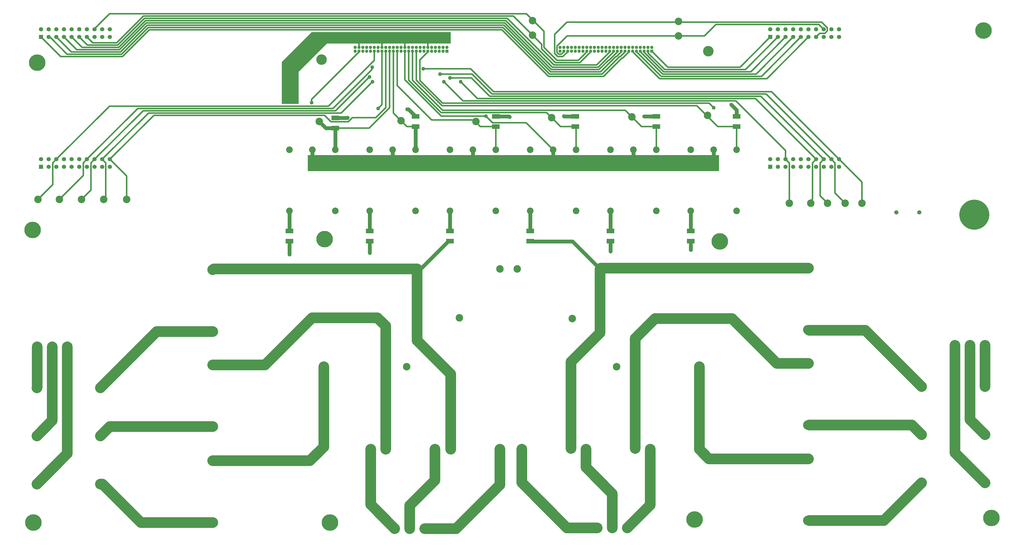
<source format=gtl>
G04*
G04 #@! TF.GenerationSoftware,Altium Limited,Altium Designer,22.11.1 (43)*
G04*
G04 Layer_Physical_Order=1*
G04 Layer_Color=255*
%FSLAX44Y44*%
%MOMM*%
G71*
G04*
G04 #@! TF.SameCoordinates,5926677A-74AB-409A-8ECC-7C9113B37032*
G04*
G04*
G04 #@! TF.FilePolarity,Positive*
G04*
G01*
G75*
%ADD15R,2.5000X1.5000*%
%ADD30C,0.5080*%
%ADD31C,3.5560*%
%ADD32C,1.2700*%
%ADD33C,3.0000*%
%ADD34O,3.6000X3.2000*%
%ADD35R,1.4000X1.4000*%
%ADD36C,1.4000*%
%ADD37C,2.2000*%
%ADD38C,3.5000*%
%ADD39C,2.5000*%
%ADD40C,5.5000*%
%ADD41C,10.0000*%
%ADD42R,2.5000X2.5000*%
%ADD43R,1.0900X1.0900*%
%ADD44C,1.0900*%
%ADD45C,1.2700*%
G36*
X1684020Y3337560D02*
X1272540D01*
X1178560Y3243580D01*
X1178560Y3136900D01*
X1122680Y3136900D01*
Y3276600D01*
X1221740Y3375660D01*
X1684020D01*
Y3337560D01*
D02*
G37*
G36*
X2575560Y2913380D02*
X1209040D01*
Y2966720D01*
X2575560D01*
Y2913380D01*
D02*
G37*
D15*
X2098040Y3095480D02*
D03*
Y3061480D02*
D03*
X2367280Y3095480D02*
D03*
Y3061480D02*
D03*
X2633980Y3095480D02*
D03*
Y3061480D02*
D03*
X1948180Y2714480D02*
D03*
Y2680480D02*
D03*
X2214880Y2714480D02*
D03*
Y2680480D02*
D03*
X2481580Y2714480D02*
D03*
Y2680480D02*
D03*
X1300480Y3090400D02*
D03*
Y3056400D02*
D03*
X1567180Y3095480D02*
D03*
Y3061480D02*
D03*
X1833880Y3095480D02*
D03*
Y3061480D02*
D03*
X1148080Y2714480D02*
D03*
Y2680480D02*
D03*
X1414780Y2714480D02*
D03*
Y2680480D02*
D03*
X1681480Y2714480D02*
D03*
Y2680480D02*
D03*
D30*
X2541973Y3090613D02*
X2571106Y3061480D01*
X2534353Y3098233D02*
X2541973Y3090613D01*
X2571106Y3061480D02*
X2633980D01*
X2069832Y3408680D02*
X2916494D01*
X2935620Y3379546D02*
Y3389554D01*
X2927304Y3371230D02*
X2935620Y3379546D01*
X2910220Y3371230D02*
X2927304D01*
X2916494Y3408680D02*
X2935620Y3389554D01*
X2898140Y3359150D02*
X2910220Y3371230D01*
X361300Y2940670D02*
X373380Y2952750D01*
X361300Y2868280D02*
Y2940670D01*
X312420Y2819400D02*
X361300Y2868280D01*
X462900Y2940670D02*
X474980Y2952750D01*
X462900Y2898760D02*
Y2940670D01*
X383540Y2819400D02*
X462900Y2898760D01*
X488300Y2940670D02*
X500380Y2952750D01*
X488300Y2850500D02*
Y2940670D01*
X457200Y2819400D02*
X488300Y2850500D01*
X525780Y2952750D02*
X537860Y2940670D01*
Y2830437D02*
Y2940670D01*
X530860Y2823437D02*
X537860Y2830437D01*
X2911460Y2940670D02*
X2923540Y2952750D01*
X2911460Y2831480D02*
Y2940670D01*
Y2831480D02*
X2936240Y2806700D01*
X2961020Y2840340D02*
Y2940670D01*
X2948940Y2952750D02*
X2961020Y2940670D01*
X2886060D02*
X2898140Y2952750D01*
X2884171Y2818987D02*
X2886060Y2820876D01*
Y2940670D01*
X2884171Y2810511D02*
Y2818987D01*
X2880360Y2806700D02*
X2884171Y2810511D01*
X440690Y3317240D02*
X583509D01*
X398780Y3359150D02*
X440690Y3317240D01*
X347980Y3359150D02*
X350313D01*
X353559Y3355903D02*
X355037D01*
X408940Y3302000D02*
X589822D01*
X350313Y3359150D02*
X353559Y3355903D01*
X355037D02*
X408940Y3302000D01*
X1656980Y3115680D02*
X2264040D01*
X2318240Y3061480D02*
X2367280D01*
X2264040Y3115680D02*
X2318240Y3061480D01*
X1782300D02*
X1833880D01*
X1766570Y3077210D02*
X1782300Y3061480D01*
X1620520Y3083560D02*
X1758723D01*
X1765073Y3077210D02*
X1766570D01*
X1758723Y3083560D02*
X1765073Y3077210D01*
X1292860Y3121660D02*
X1421412Y3250212D01*
X1301405Y3114040D02*
X1413972Y3226608D01*
X661670Y3114040D02*
X1301405D01*
X1277620Y3129280D02*
X1430020Y3281680D01*
X679450Y3106420D02*
X1319530D01*
X549910Y3129280D02*
X1277620D01*
X643890Y3121660D02*
X1292860D01*
X1319530Y3106420D02*
X1423670Y3210560D01*
X697230Y3098800D02*
X1264896D01*
X500380Y2952750D02*
X661670Y3114040D01*
X525780Y2952750D02*
X679450Y3106420D01*
X551180Y2952750D02*
X697230Y3098800D01*
X474980Y2952750D02*
X643890Y3121660D01*
X1264896Y3098800D02*
X1285876Y3077820D01*
X1518920Y3081020D02*
X1538460Y3061480D01*
X1567180D01*
X1493520Y3106420D02*
X1518920Y3081020D01*
X1506220Y3197860D02*
X1620520Y3083560D01*
X1651900Y3108060D02*
X2002420D01*
X2049000Y3061480D01*
X2098040D01*
X2501900Y3130686D02*
X2534353Y3098233D01*
X2542540Y3139440D02*
X2557780Y3124200D01*
X1656696Y3139440D02*
X2542540D01*
X1800860Y3096260D02*
X1823060Y3074060D01*
X1652924Y3096260D02*
X1800860D01*
X1934820Y3074060D02*
X2024380Y2984500D01*
X1823060Y3074060D02*
X1934820D01*
X1531620Y3217564D02*
X1652924Y3096260D01*
X1506220Y3197860D02*
Y3312160D01*
X1557020Y3215640D02*
Y3312160D01*
Y3215640D02*
X1656980Y3115680D01*
X1531620Y3217564D02*
Y3312160D01*
X1544320Y3215640D02*
X1651900Y3108060D01*
X1544320Y3215640D02*
Y3312160D01*
X1581150Y3214986D02*
Y3283298D01*
Y3214986D02*
X1656696Y3139440D01*
X1569720Y3215640D02*
X1654674Y3130686D01*
X2501900D01*
X1569720Y3215640D02*
Y3312160D01*
X1357285Y3091180D02*
X1435100D01*
X1285876Y3077820D02*
X1343924D01*
X1357285Y3091180D01*
X1435100D02*
X1468120Y3124200D01*
X2509520Y3362960D02*
X2527300D01*
X2070448D02*
X2509520D01*
X2527300D02*
X2565400Y3401060D01*
X1935480Y3436620D02*
X1955800Y3416300D01*
X550202Y3436620D02*
X1935480D01*
X1955800Y3413760D02*
Y3416300D01*
Y3413760D02*
X1958340D01*
X1993900Y3324860D02*
Y3378200D01*
X1958340Y3413760D02*
X1993900Y3378200D01*
X2036710Y3329221D02*
X2070448Y3362960D01*
X1993900Y3324860D02*
X2037080Y3281680D01*
X1986280Y3319780D02*
X2032000Y3274060D01*
X1986280Y3319780D02*
Y3335020D01*
X1955800Y3365500D02*
X1986280Y3335020D01*
X2037080Y3281680D02*
X2107852D01*
X2032000Y3274060D02*
X2112932D01*
X2036710Y3307798D02*
Y3329221D01*
X2042878Y3301630D02*
X2051602D01*
X2029090Y3304642D02*
X2039722Y3294010D01*
X2036710Y3307798D02*
X2042878Y3301630D01*
X1892300Y3429000D02*
X1955800Y3365500D01*
X1871980Y3421380D02*
X2026920Y3266440D01*
X666096Y3421380D02*
X1871980D01*
X2211226Y3311046D02*
X2212340Y3312160D01*
X2026920Y3266440D02*
X2168811D01*
X2211226Y3308855D01*
Y3311046D01*
X2029090Y3367938D02*
X2069832Y3408680D01*
X2565400Y3401060D02*
X2907030D01*
X2923540Y3384550D01*
X2898140Y3359150D02*
X2900473D01*
X1863669Y3406140D02*
X2018609Y3251200D01*
X2177048D02*
X2207702Y3281854D01*
X2187208Y3235960D02*
X2245628Y3294380D01*
X2182128Y3243580D02*
X2232928Y3294380D01*
X2192288Y3228340D02*
X2253248Y3289300D01*
X2015453Y3243580D02*
X2182128D01*
X1854200Y3383280D02*
X2009140Y3228340D01*
X2173892Y3258820D02*
X2222870Y3307798D01*
X2018609Y3251200D02*
X2177048D01*
X2009140Y3228340D02*
X2192288D01*
X2112932Y3274060D02*
X2146670Y3307798D01*
X1857356Y3390900D02*
X2012296Y3235960D01*
X2021840Y3258820D02*
X2173892D01*
X1860513Y3398520D02*
X2015453Y3243580D01*
X2107852Y3281680D02*
X2133970Y3307798D01*
X1866900Y3413760D02*
X2021840Y3258820D01*
X2012296Y3235960D02*
X2187208D01*
X2039722Y3294010D02*
X2056682D01*
X2051602Y3301630D02*
X2057770Y3307798D01*
X2056682Y3294010D02*
X2070470Y3307798D01*
X662940Y3429000D02*
X1892300D01*
X2029090Y3304642D02*
Y3367938D01*
X675565Y3398520D02*
X1860513D01*
X678721Y3390900D02*
X1857356D01*
X669253Y3413760D02*
X1866900D01*
X681878Y3383280D02*
X1854200D01*
X672409Y3406140D02*
X1863669D01*
X2057770Y3307798D02*
Y3308415D01*
X2059940Y3310585D01*
X551180Y2952750D02*
X607060Y2896870D01*
Y2819400D02*
Y2896870D01*
X530860Y2819400D02*
Y2823437D01*
X2974340Y2952750D02*
X3050540Y2876550D01*
Y2806700D02*
Y2876550D01*
X2961020Y2840340D02*
X2994660Y2806700D01*
X2809240D02*
Y2940050D01*
X2796540Y2952750D02*
X2809240Y2940050D01*
X2749550Y3177540D02*
X2974340Y2952750D01*
X1826260Y3177540D02*
X2749550D01*
X2731770Y3169920D02*
X2948940Y2952750D01*
X1821180Y3169920D02*
X2731770D01*
X1813560Y3162300D02*
X2713990D01*
X2923540Y2952750D01*
X1772920Y3154680D02*
X2696210D01*
X2898140Y2952750D01*
X1442720Y3121660D02*
X1455420Y3134360D01*
Y3312160D01*
X1661160Y3210560D02*
X1724660Y3147060D01*
X2631440D01*
X1221740Y3140710D02*
Y3152140D01*
X1377050Y3308415D02*
X1379220Y3310585D01*
X1221740Y3152140D02*
X1377050Y3307450D01*
X1379220Y3310585D02*
Y3312160D01*
X1377050Y3307450D02*
Y3308415D01*
X373380Y2952750D02*
X549910Y3129280D01*
X1421412Y3250212D02*
Y3256907D01*
X1422862Y3258358D01*
X1300480Y3056400D02*
X1413020D01*
X1480820Y3124200D02*
Y3312160D01*
X1413020Y3056400D02*
X1480820Y3124200D01*
X1468120D02*
Y3312160D01*
X1581150Y3283298D02*
X1605650Y3307798D01*
Y3312160D01*
X1607820D01*
X1750060Y3253740D02*
X1826260Y3177540D01*
X1717040Y3210560D02*
X1772920Y3154680D01*
X1755140Y3235960D02*
X1821180Y3169920D01*
X1752600Y3223260D02*
X1813560Y3162300D01*
X1681480Y3223260D02*
X1752600D01*
X1648460Y3235960D02*
X1755140D01*
X1592580Y3253740D02*
X1750060D01*
X2631440Y3147060D02*
X2796540Y2981960D01*
X1493520Y3106420D02*
Y3312160D01*
X1430020Y3281680D02*
Y3312160D01*
X2340454Y3305662D02*
X2394916Y3251200D01*
X2377788Y3220720D02*
X2734310D01*
X2327754Y3307586D02*
X2391759Y3243580D01*
X2734310Y3220720D02*
X2872740Y3359150D01*
X2387948Y3235960D02*
X2698750D01*
X2391759Y3243580D02*
X2680970D01*
X2382868Y3228340D02*
X2716530D01*
X2316110Y3307798D02*
X2387948Y3235960D01*
X2405380Y3258820D02*
X2645410D01*
X2698750Y3235960D02*
X2821940Y3359150D01*
X2680970Y3243580D02*
X2796540Y3359150D01*
X2645410Y3258820D02*
X2745740Y3359150D01*
X2290710Y3307798D02*
X2377788Y3220720D01*
X2303410Y3307798D02*
X2382868Y3228340D01*
X2394916Y3251200D02*
X2663190D01*
X2716530Y3228340D02*
X2847340Y3359150D01*
X2352040Y3312160D02*
X2405380Y3258820D01*
X2663190Y3251200D02*
X2771140Y3359150D01*
X1607820Y3324860D02*
Y3347720D01*
X1531620Y3324860D02*
Y3350260D01*
X1455420Y3324860D02*
Y3347720D01*
X1379220Y3324860D02*
Y3355340D01*
X2236626Y3308855D02*
Y3311046D01*
X2237740Y3312160D01*
X2234852Y3294380D02*
X2248270Y3307798D01*
X2209626Y3281854D02*
X2236626Y3308855D01*
X2232928Y3294380D02*
X2234852D01*
X2207702Y3281854D02*
X2209626D01*
X2133970Y3307798D02*
Y3308415D01*
X494030Y3340100D02*
X574040D01*
X449580Y3359150D02*
X476250Y3332480D01*
X574040Y3340100D02*
X662940Y3429000D01*
X424180Y3359150D02*
X458470Y3324860D01*
X474980Y3359150D02*
X494030Y3340100D01*
X577196Y3332480D02*
X666096Y3421380D01*
X476250Y3332480D02*
X577196D01*
X580353Y3324860D02*
X669253Y3413760D01*
X589822Y3302000D02*
X678721Y3390900D01*
X387350Y3294380D02*
X592978D01*
X422910Y3309620D02*
X586665D01*
X675565Y3398520D01*
X592978Y3294380D02*
X681878Y3383280D01*
X458470Y3324860D02*
X580353D01*
X322580Y3359150D02*
X387350Y3294380D01*
X583509Y3317240D02*
X672409Y3406140D01*
X373380Y3359150D02*
X422910Y3309620D01*
X500380Y3386798D02*
X550202Y3436620D01*
X2253248Y3289300D02*
X2255172D01*
X2273670Y3307798D01*
X2245628Y3294380D02*
X2247552D01*
X2260970Y3307798D01*
X2146670Y3307798D02*
Y3308415D01*
X2148840Y3310585D01*
Y3312160D01*
X500380Y3384550D02*
Y3386798D01*
X2133970Y3308415D02*
X2136140Y3310585D01*
Y3312160D01*
X2070470Y3307798D02*
Y3308415D01*
X2072640Y3310585D01*
Y3312160D01*
X2059940Y3310585D02*
Y3312160D01*
X2222870Y3308415D02*
X2225040Y3310585D01*
X2222870Y3307798D02*
Y3308415D01*
X2225040Y3310585D02*
Y3312160D01*
X2248270Y3307798D02*
Y3308415D01*
X2250440Y3310585D02*
Y3312160D01*
X2248270Y3308415D02*
X2250440Y3310585D01*
X2260970Y3308415D02*
X2263140Y3310585D01*
X2260970Y3307798D02*
Y3308415D01*
X2263140Y3310585D02*
Y3312160D01*
X2273670Y3308415D02*
X2275840Y3310585D01*
X2273670Y3307798D02*
Y3308415D01*
X2275840Y3310585D02*
Y3312160D01*
X2288540Y3310585D02*
X2290710Y3308415D01*
X2288540Y3310585D02*
Y3312160D01*
X2290710Y3307798D02*
Y3308415D01*
X2301240Y3310585D02*
X2303410Y3308415D01*
Y3307798D02*
Y3308415D01*
X2301240Y3310585D02*
Y3312160D01*
X2313940Y3310585D02*
X2316110Y3308415D01*
X2313940Y3310585D02*
Y3312160D01*
X2316110Y3307798D02*
Y3308415D01*
X2327754Y3307586D02*
Y3311046D01*
X2326640Y3312160D02*
X2327754Y3311046D01*
X2339340Y3312160D02*
X2340454Y3311046D01*
Y3305662D02*
Y3311046D01*
X2796540Y2952750D02*
Y2981960D01*
X2633980Y2984500D02*
Y3061480D01*
X2367280Y2984500D02*
Y3061480D01*
X2100580Y2984500D02*
Y3058940D01*
X1833880Y2984500D02*
Y3061480D01*
D31*
X3123100Y1751700D02*
X3248480Y1877080D01*
X3216360Y2069200D02*
X3248480Y2037080D01*
X3061400Y2384160D02*
X3248480Y2197080D01*
X2875280Y2069200D02*
X3216360D01*
X3359480Y1977080D02*
X3459480Y1877080D01*
X3409480Y2087080D02*
X3459480Y2037080D01*
Y2197080D02*
Y2334260D01*
X519790Y2193114D02*
X706870Y2380194D01*
X892990D01*
X519790Y2033114D02*
X551010Y2064334D01*
X526790Y1873114D02*
X654710Y1745194D01*
X519790Y1873114D02*
X526790D01*
X308790D02*
X409880Y1974204D01*
Y2329180D01*
X359880Y2084204D02*
Y2329180D01*
X308790Y2033114D02*
X359880Y2084204D01*
X308790Y2193114D02*
X309880Y2194204D01*
Y2329180D01*
X2346640Y1803080D02*
Y1988820D01*
X2270760Y1727200D02*
X2346640Y1803080D01*
X2220760Y1727200D02*
Y1840700D01*
X2133280Y1928180D02*
X2220760Y1840700D01*
X2070100Y1727200D02*
X2170760D01*
X1919920Y1877380D02*
X2070100Y1727200D01*
X3409480Y2087080D02*
Y2334260D01*
X1467800Y1988820D02*
Y2398080D01*
X1440180Y2425700D02*
X1467800Y2398080D01*
X1223008Y2425700D02*
X1437300D01*
X3359480Y1977080D02*
Y2334260D01*
X2509840Y1988820D02*
Y2263120D01*
X2509860Y2263140D01*
X2509840Y1988820D02*
X2541960Y1956700D01*
X2872740D01*
X2179660Y2375240D02*
Y2588260D01*
X2083120Y2278700D02*
X2179660Y2375240D01*
X2083120Y1991360D02*
Y2278700D01*
X2296480Y1991360D02*
Y2357100D01*
X2362540Y2423160D01*
X2618740D01*
X2767700Y2274200D01*
X2872740D01*
X2179660Y2588260D02*
X2182200Y2590800D01*
X2872740D01*
X1571920Y2350610D02*
Y2588260D01*
X896056D02*
X1571920D01*
X892990Y2585194D02*
X896056Y2588260D01*
X1571920Y2350610D02*
X1683700Y2238830D01*
Y1988820D02*
Y2238830D01*
X1066642Y2269334D02*
X1223008Y2425700D01*
X892990Y2269334D02*
X1066642D01*
X1547660Y1724660D02*
Y1801660D01*
X1631000Y1885000D02*
Y1988820D01*
X1547660Y1801660D02*
X1631000Y1885000D01*
X1701800Y1724660D02*
X1846900Y1869760D01*
Y1988820D01*
X1597660Y1724660D02*
X1701800D01*
X1417640Y1804680D02*
X1497660Y1724660D01*
X1417640Y1804680D02*
Y1988820D01*
X1254440D02*
X1262040Y1996420D01*
Y2263140D01*
X892990Y1950194D02*
X1215814D01*
X1254440Y1988820D01*
X654710Y1745194D02*
X892990D01*
X551010Y2064334D02*
X892990D01*
X2875280Y1751700D02*
X3123100D01*
X2875280Y2384160D02*
X3061400D01*
X2133280Y1928180D02*
Y1988820D01*
X1919920Y1877380D02*
Y1988820D01*
D32*
X2481580Y2651760D02*
Y2680480D01*
X1247140Y3078480D02*
X1269220Y3056400D01*
X1300480D01*
X2616200Y3134360D02*
X2633980Y3116580D01*
Y3095480D02*
Y3116580D01*
X1877840Y3095480D02*
X1879600Y3093720D01*
X1833880Y3095480D02*
X1877840D01*
X2024380Y2948940D02*
Y2984500D01*
X2326484Y3095686D02*
X2326690Y3095480D01*
X2367280D01*
X2059940Y3096260D02*
X2060720Y3095480D01*
X2098040D01*
X1539240Y3119120D02*
X1543540D01*
X1567180Y3095480D01*
Y2984500D02*
Y3061480D01*
X1300480Y2984500D02*
Y3056400D01*
X1340340Y3090400D02*
X1341120Y3091180D01*
X1300480Y3090400D02*
X1340340D01*
X2557780Y2948940D02*
Y2984500D01*
Y2948940D02*
X2560320Y2946400D01*
X2291080Y2936240D02*
Y2984500D01*
Y2936240D02*
X2293620Y2933700D01*
X1757680Y2938780D02*
Y2984500D01*
X1490980Y2943860D02*
Y2984500D01*
Y2943860D02*
X1496060Y2938780D01*
X1224280Y2948940D02*
Y2984500D01*
X1221740Y2946400D02*
X1224280Y2948940D01*
X2214880Y2984500D02*
X2214990Y2984390D01*
X2214880Y2646680D02*
Y2680480D01*
X1948180Y2679700D02*
X2088220D01*
X1414780Y2641600D02*
Y2680480D01*
X1148080Y2636520D02*
Y2680480D01*
X1572743Y2589083D02*
X1585083D01*
X1571920Y2588260D02*
X1572743Y2589083D01*
X1676480Y2680480D02*
X1681480D01*
X1585083Y2589083D02*
X1676480Y2680480D01*
X2481580Y2714480D02*
Y2781300D01*
X2214880Y2714480D02*
Y2781300D01*
X1948180Y2714480D02*
Y2781300D01*
X1681480Y2714480D02*
Y2781300D01*
X1414780Y2714480D02*
Y2781300D01*
X1148080Y2714480D02*
Y2781300D01*
X1680700Y2679700D02*
X1681480Y2680480D01*
X2088220Y2679700D02*
X2179660Y2588260D01*
D33*
X1919920Y1991360D02*
D03*
X2083120D02*
D03*
X2133280D02*
D03*
X2296480D02*
D03*
X2346640D02*
D03*
X2509840D02*
D03*
X1417640Y1988820D02*
D03*
X1254440D02*
D03*
X1631000D02*
D03*
X1467800D02*
D03*
X1846900D02*
D03*
X1683700D02*
D03*
X3248480Y2037080D02*
D03*
X3459480D02*
D03*
X3248480Y2197080D02*
D03*
X3459480D02*
D03*
X3248480Y1877080D02*
D03*
X3459480D02*
D03*
X519790Y2033114D02*
D03*
X308790D02*
D03*
X519790Y1873114D02*
D03*
X308790D02*
D03*
X519790Y2193114D02*
D03*
X308790D02*
D03*
D34*
X2872740Y2385800D02*
D03*
Y2590800D02*
D03*
Y2069200D02*
D03*
Y2274200D02*
D03*
Y1751700D02*
D03*
Y1956700D02*
D03*
X892990Y1745194D02*
D03*
Y1950194D02*
D03*
Y2064334D02*
D03*
Y2269334D02*
D03*
Y2380194D02*
D03*
Y2585194D02*
D03*
D35*
X2745740Y3359150D02*
D03*
Y2927350D02*
D03*
X322580Y3359150D02*
D03*
Y2927350D02*
D03*
D36*
X2745740Y3384550D02*
D03*
X2771140Y3359150D02*
D03*
Y3384550D02*
D03*
X2796540Y3359150D02*
D03*
Y3384550D02*
D03*
X2821940Y3359150D02*
D03*
Y3384550D02*
D03*
X2847340Y3359150D02*
D03*
Y3384550D02*
D03*
X2872740Y3359150D02*
D03*
Y3384550D02*
D03*
X2898140Y3359150D02*
D03*
Y3384550D02*
D03*
X2923540Y3359150D02*
D03*
Y3384550D02*
D03*
X2948940Y3359150D02*
D03*
Y3384550D02*
D03*
X2974340Y3359150D02*
D03*
Y3384550D02*
D03*
X2745740Y2952750D02*
D03*
X2771140Y2927350D02*
D03*
Y2952750D02*
D03*
X2796540Y2927350D02*
D03*
Y2952750D02*
D03*
X2821940Y2927350D02*
D03*
Y2952750D02*
D03*
X2847340Y2927350D02*
D03*
Y2952750D02*
D03*
X2872740Y2927350D02*
D03*
Y2952750D02*
D03*
X2898140Y2927350D02*
D03*
Y2952750D02*
D03*
X2923540Y2927350D02*
D03*
Y2952750D02*
D03*
X2948940Y2927350D02*
D03*
Y2952750D02*
D03*
X2974340Y2927350D02*
D03*
Y2952750D02*
D03*
X322580Y3384550D02*
D03*
X347980Y3359150D02*
D03*
Y3384550D02*
D03*
X373380Y3359150D02*
D03*
Y3384550D02*
D03*
X398780Y3359150D02*
D03*
Y3384550D02*
D03*
X424180Y3359150D02*
D03*
Y3384550D02*
D03*
X449580Y3359150D02*
D03*
Y3384550D02*
D03*
X474980Y3359150D02*
D03*
Y3384550D02*
D03*
X500380Y3359150D02*
D03*
Y3384550D02*
D03*
X525780Y3359150D02*
D03*
Y3384550D02*
D03*
X551180Y3359150D02*
D03*
Y3384550D02*
D03*
X322580Y2952750D02*
D03*
X347980Y2927350D02*
D03*
Y2952750D02*
D03*
X373380Y2927350D02*
D03*
Y2952750D02*
D03*
X398780Y2927350D02*
D03*
Y2952750D02*
D03*
X424180Y2927350D02*
D03*
Y2952750D02*
D03*
X449580Y2927350D02*
D03*
Y2952750D02*
D03*
X474980Y2927350D02*
D03*
Y2952750D02*
D03*
X500380Y2927350D02*
D03*
Y2952750D02*
D03*
X525780Y2927350D02*
D03*
Y2952750D02*
D03*
X551180Y2927350D02*
D03*
Y2952750D02*
D03*
X3164840Y2776220D02*
D03*
X3241040D02*
D03*
D37*
X1948180Y2781300D02*
D03*
Y2984500D02*
D03*
X2024380D02*
D03*
X2100580D02*
D03*
Y2781300D02*
D03*
X2214880D02*
D03*
Y2984500D02*
D03*
X2291080D02*
D03*
X2367280D02*
D03*
Y2781300D02*
D03*
X2481580D02*
D03*
Y2984500D02*
D03*
X2557780D02*
D03*
X2633980D02*
D03*
Y2781300D02*
D03*
X1148080D02*
D03*
Y2984500D02*
D03*
X1224280D02*
D03*
X1300480D02*
D03*
Y2781300D02*
D03*
X1414780D02*
D03*
Y2984500D02*
D03*
X1490980D02*
D03*
X1567180D02*
D03*
Y2781300D02*
D03*
X1681480D02*
D03*
Y2984500D02*
D03*
X1757680D02*
D03*
X1833880D02*
D03*
Y2781300D02*
D03*
D38*
X1254760Y3284220D02*
D03*
X2540000Y3312160D02*
D03*
D39*
X2440940Y3362960D02*
D03*
Y3411220D02*
D03*
X1955800Y3413760D02*
D03*
Y3365500D02*
D03*
X530860Y2819400D02*
D03*
X457200D02*
D03*
X383540D02*
D03*
X312420D02*
D03*
X607060D02*
D03*
X1247140Y3078480D02*
D03*
X1518920Y3081020D02*
D03*
X1767840Y3078480D02*
D03*
X2019300Y3091180D02*
D03*
X2286000Y3093720D02*
D03*
X2537460Y3098800D02*
D03*
X3050540Y2806700D02*
D03*
X2809240D02*
D03*
X2994660D02*
D03*
X2936240D02*
D03*
X2880360D02*
D03*
X3359480Y2334260D02*
D03*
X3409480D02*
D03*
X2270760Y1727200D02*
D03*
X2220760D02*
D03*
X309880Y2329180D02*
D03*
X359880D02*
D03*
X1597660Y1724660D02*
D03*
X1547660D02*
D03*
X1262040Y2263140D02*
D03*
X1537040D02*
D03*
X1437300Y2425700D02*
D03*
X1712300D02*
D03*
X1571920Y2588260D02*
D03*
X1846920D02*
D03*
X2179660D02*
D03*
X1904660D02*
D03*
X2362540Y2423160D02*
D03*
X2087540D02*
D03*
X2509860Y2263140D02*
D03*
X2234860D02*
D03*
D40*
X2494280Y1755140D02*
D03*
X294640Y2717800D02*
D03*
X2578100Y2679700D02*
D03*
X1264920Y2687320D02*
D03*
X309880Y3274060D02*
D03*
X3454400Y3380740D02*
D03*
X3480505Y1760156D02*
D03*
X297180Y1744980D02*
D03*
X1282700D02*
D03*
D41*
X3423920Y2768600D02*
D03*
D42*
X3459480Y2334260D02*
D03*
X2170760Y1727200D02*
D03*
X409880Y2329180D02*
D03*
X1497660Y1724660D02*
D03*
D43*
X2352040Y3312160D02*
D03*
X1671320D02*
D03*
D44*
X2352040Y3324860D02*
D03*
X2339340Y3312160D02*
D03*
Y3324860D02*
D03*
X2326640Y3312160D02*
D03*
Y3324860D02*
D03*
X2313940Y3312160D02*
D03*
Y3324860D02*
D03*
X2301240Y3312160D02*
D03*
Y3324860D02*
D03*
X2288540Y3312160D02*
D03*
Y3324860D02*
D03*
X2275840Y3312160D02*
D03*
Y3324860D02*
D03*
X2263140Y3312160D02*
D03*
Y3324860D02*
D03*
X2250440Y3312160D02*
D03*
Y3324860D02*
D03*
X2237740Y3312160D02*
D03*
Y3324860D02*
D03*
X2225040Y3312160D02*
D03*
Y3324860D02*
D03*
X2212340Y3312160D02*
D03*
Y3324860D02*
D03*
X2199640Y3312160D02*
D03*
Y3324860D02*
D03*
X2186940Y3312160D02*
D03*
Y3324860D02*
D03*
X2174240Y3312160D02*
D03*
Y3324860D02*
D03*
X2161540Y3312160D02*
D03*
Y3324860D02*
D03*
X2148840Y3312160D02*
D03*
Y3324860D02*
D03*
X2136140Y3312160D02*
D03*
Y3324860D02*
D03*
X2123440Y3312160D02*
D03*
Y3324860D02*
D03*
X2110740Y3312160D02*
D03*
Y3324860D02*
D03*
X2098040Y3312160D02*
D03*
Y3324860D02*
D03*
X2085340Y3312160D02*
D03*
Y3324860D02*
D03*
X2072640Y3312160D02*
D03*
Y3324860D02*
D03*
X2059940Y3312160D02*
D03*
Y3324860D02*
D03*
X2047240Y3312160D02*
D03*
Y3324860D02*
D03*
X1671320D02*
D03*
X1658620Y3312160D02*
D03*
Y3324860D02*
D03*
X1645920Y3312160D02*
D03*
Y3324860D02*
D03*
X1633220Y3312160D02*
D03*
Y3324860D02*
D03*
X1620520Y3312160D02*
D03*
Y3324860D02*
D03*
X1607820Y3312160D02*
D03*
Y3324860D02*
D03*
X1595120Y3312160D02*
D03*
Y3324860D02*
D03*
X1582420Y3312160D02*
D03*
Y3324860D02*
D03*
X1569720Y3312160D02*
D03*
Y3324860D02*
D03*
X1557020Y3312160D02*
D03*
Y3324860D02*
D03*
X1544320Y3312160D02*
D03*
Y3324860D02*
D03*
X1531620Y3312160D02*
D03*
Y3324860D02*
D03*
X1518920Y3312160D02*
D03*
Y3324860D02*
D03*
X1506220Y3312160D02*
D03*
Y3324860D02*
D03*
X1493520Y3312160D02*
D03*
Y3324860D02*
D03*
X1480820Y3312160D02*
D03*
Y3324860D02*
D03*
X1468120Y3312160D02*
D03*
Y3324860D02*
D03*
X1455420Y3312160D02*
D03*
Y3324860D02*
D03*
X1442720Y3312160D02*
D03*
Y3324860D02*
D03*
X1430020Y3312160D02*
D03*
Y3324860D02*
D03*
X1417320Y3312160D02*
D03*
Y3324860D02*
D03*
X1404620Y3312160D02*
D03*
Y3324860D02*
D03*
X1391920Y3312160D02*
D03*
Y3324860D02*
D03*
X1379220Y3312160D02*
D03*
Y3324860D02*
D03*
X1366520Y3312160D02*
D03*
Y3324860D02*
D03*
D45*
X2481580Y2651760D02*
D03*
X2557780Y3124200D02*
D03*
X2616200Y3134360D02*
D03*
X1800860Y3096260D02*
D03*
X1879600Y3093720D02*
D03*
X1442720Y3121660D02*
D03*
X1221740Y3140710D02*
D03*
X1413972Y3226608D02*
D03*
X1423670Y3210560D02*
D03*
X2326484Y3095686D02*
D03*
X2059940Y3096260D02*
D03*
X1539240Y3119120D02*
D03*
X1341120Y3091180D02*
D03*
X1592580Y3253740D02*
D03*
X1661160Y3210560D02*
D03*
X1648460Y3235960D02*
D03*
X1717040Y3210560D02*
D03*
X1681480Y3223260D02*
D03*
X1422862Y3258358D02*
D03*
X1163320Y3147060D02*
D03*
X1137920D02*
D03*
X2214880Y2646680D02*
D03*
X1414780Y2641600D02*
D03*
X1148080Y2636520D02*
D03*
M02*

</source>
